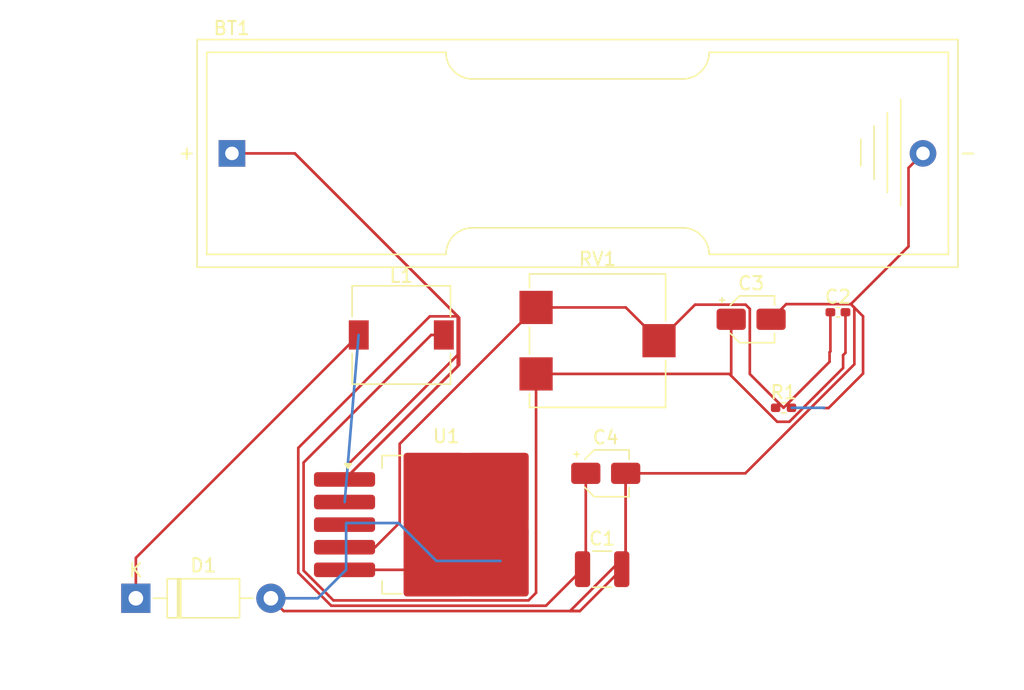
<source format=kicad_pcb>
(kicad_pcb (version 20240108) (generator "pcbnew") (generator_version "8.0")
  (layers (0 "F.Cu" signal) (31 "B.Cu" signal) (34 "B.Paste" user) (35 "F.Paste" user) (36 "B.SilkS" user "B.Silkscreen") (37 "F.SilkS" user "F.Silkscreen") (38 "B.Mask" user) (39 "F.Mask" user) (44 "Edge.Cuts" user))
  (net 0 "")
  (net 1 "Net-(BT1-+)")
  (net 2 "Net-(BT1--)")
  (net 3 "Net-(C2-Pad2)")
  (net 4 "Net-(U1-FB)")
  (net 5 "Net-(D1-K)")
  (footprint "Battery:BatteryHolder_Keystone_2460_1xAA" (layer "F.Cu") (at 132.35 68.77)
    (property "Reference" "BT1" (at -0.02 -9.42 180) (layer "F.SilkS"))
    (property "Value" "Battery_Cell")
    (fp_line (start -2.62 -8.565) (end 54.62 -8.565) (stroke (width 0.12)) (layer "F.SilkS"))
    (fp_line (start -2.62 8.565) (end -2.62 -8.565) (stroke (width 0.12)) (layer "F.SilkS"))
    (fp_line (start -1.9 -7.6) (end -1.9 7.6) (stroke (width 0.12)) (layer "F.SilkS"))
    (fp_line (start -1.9 -7.6) (end 16.1 -7.6) (stroke (width 0.12)) (layer "F.SilkS"))
    (fp_line (start -1.9 7.6) (end 16.1 7.6) (stroke (width 0.12)) (layer "F.SilkS"))
    (fp_line (start 18.1 -5.6) (end 33.9 -5.6) (stroke (width 0.12)) (layer "F.SilkS"))
    (fp_line (start 33.9 5.6) (end 18.1 5.6) (stroke (width 0.12)) (layer "F.SilkS"))
    (fp_line (start 35.9 -7.6) (end 53.9 -7.6) (stroke (width 0.12)) (layer "F.SilkS"))
    (fp_line (start 35.9 7.6) (end 53.9 7.6) (stroke (width 0.12)) (layer "F.SilkS"))
    (fp_line (start 47.31 -1.06) (end 47.31 0.94) (stroke (width 0.12)) (layer "F.SilkS"))
    (fp_line (start 48.31 -2.06) (end 48.31 1.94) (stroke (width 0.12)) (layer "F.SilkS"))
    (fp_line (start 49.31 2.94) (end 49.31 -3.06) (stroke (width 0.12)) (layer "F.SilkS"))
    (fp_line (start 50.31 -4.06) (end 50.31 3.94) (stroke (width 0.12)) (layer "F.SilkS"))
    (fp_line (start 53.9 -7.6) (end 53.9 7.6) (stroke (width 0.12)) (layer "F.SilkS"))
    (fp_line (start 54.62 -8.565) (end 54.62 8.565) (stroke (width 0.12)) (layer "F.SilkS"))
    (fp_line (start 54.62 8.565) (end -2.62 8.565) (stroke (width 0.12)) (layer "F.SilkS"))
    (fp_arc (start 16.1 7.6) (mid 16.685786 6.185786) (end 18.1 5.6) (stroke (width 0.12)) (layer "F.SilkS"))
    (fp_arc (start 18.1 -5.6) (mid 16.685786 -6.185786) (end 16.1 -7.6) (stroke (width 0.12)) (layer "F.SilkS"))
    (fp_arc (start 33.9 5.6) (mid 35.314214 6.185786) (end 35.9 7.6) (stroke (width 0.12)) (layer "F.SilkS"))
    (fp_arc (start 35.9 -7.6) (mid 35.314214 -6.185786) (end 33.9 -5.6) (stroke (width 0.12)) (layer "F.SilkS"))
    (fp_text user "-" (at 55.37 -0.06 0) (layer "F.SilkS"))
    (fp_text user "+" (at -3.4 -0.06 0) (layer "F.SilkS"))
    (pad "" np_thru_hole circle (at 2.75 -5.995 90) (size 2.64 2.64) (drill 2.64) (layers "*.Cu" "*.Mask"))
    (pad "" np_thru_hole circle (at 49.23 5.995) (size 2.64 2.64) (drill 2.64) (layers "*.Cu" "*.Mask"))
    (pad "1" thru_hole rect (at 0 0 180) (size 2 2) (drill 1.02) (layers "*.Cu" "*.Mask") (net 1 "Net-(BT1-+)"))
    (pad "2" thru_hole circle (at 51.99 0 180) (size 2 2) (drill 1.02) (layers "*.Cu" "*.Mask") (net 2 "Net-(BT1--)"))
  )
  (footprint "Resistor_SMD:R_0402_1005Metric_Pad0.72x0.64mm_HandSolder" (layer "F.Cu") (at 173.85 87.91)
    (property "Reference" "R1" (at 0 -1.17 0) (layer "F.SilkS"))
    (property "Value" "330")
    (fp_line (start -0.167621 -0.38) (end 0.167621 -0.38) (stroke (width 0.12)) (layer "F.SilkS"))
    (fp_line (start -0.167621 0.38) (end 0.167621 0.38) (stroke (width 0.12)) (layer "F.SilkS"))
    (pad "1" smd roundrect (at -0.5975 0) (size 0.715 0.64) (layers "F.Cu" "F.Paste" "F.Mask") (net 4 "Net-(U1-FB)"))
    (pad "2" smd roundrect (at 0.5975 0) (size 0.715 0.64) (layers "F.Cu" "F.Paste" "F.Mask") (net 2 "Net-(BT1--)"))
  )
  (footprint "Potentiometer_SMD:Potentiometer_ACP_CA9-VSMD_Vertical_Hole" (layer "F.Cu") (at 159.855 82.86)
    (property "Reference" "RV1" (at 0 -6.15 0) (layer "F.SilkS"))
    (property "Value" "R_Potentiometer")
    (fp_line (start -5.12 -5.021) (end -5.12 -3.991) (stroke (width 0.12)) (layer "F.SilkS"))
    (fp_line (start -5.12 -5.021) (end 5.12 -5.021) (stroke (width 0.12)) (layer "F.SilkS"))
    (fp_line (start -5.12 -1.009) (end -5.12 1.01) (stroke (width 0.12)) (layer "F.SilkS"))
    (fp_line (start -5.12 3.99) (end -5.12 5.02) (stroke (width 0.12)) (layer "F.SilkS"))
    (fp_line (start -5.12 5.02) (end 5.12 5.02) (stroke (width 0.12)) (layer "F.SilkS"))
    (fp_line (start 5.12 -5.021) (end 5.12 -1.49) (stroke (width 0.12)) (layer "F.SilkS"))
    (fp_line (start 5.12 1.49) (end 5.12 5.02) (stroke (width 0.12)) (layer "F.SilkS"))
    (pad "" np_thru_hole circle (at 0.125 0) (size 4 4) (drill 4) (layers "*.Cu" "*.Mask"))
    (pad "1" smd rect (at -4.625 2.5) (size 2.5 2.5) (layers "F.Cu" "F.Paste" "F.Mask") (net 3 "Net-(C2-Pad2)"))
    (pad "2" smd rect (at 4.625 0) (size 2.5 2.5) (layers "F.Cu" "F.Paste" "F.Mask") (net 4 "Net-(U1-FB)"))
    (pad "3" smd rect (at -4.625 -2.5) (size 2.5 2.5) (layers "F.Cu" "F.Paste" "F.Mask") (net 4 "Net-(U1-FB)"))
  )
  (footprint "Capacitor_SMD:C_1210_3225Metric" (layer "F.Cu") (at 160.2 100.05)
    (property "Reference" "C1" (at 0 -2.3 0) (layer "F.SilkS"))
    (property "Value" "100n")
    (fp_line (start -0.711252 -1.36) (end 0.711252 -1.36) (stroke (width 0.12)) (layer "F.SilkS"))
    (fp_line (start -0.711252 1.36) (end 0.711252 1.36) (stroke (width 0.12)) (layer "F.SilkS"))
    (pad "1" smd roundrect (at -1.475 0) (size 1.15 2.7) (layers "F.Cu" "F.Paste" "F.Mask") (roundrect_rratio 0.217391) (net 1 "Net-(BT1-+)"))
    (pad "2" smd roundrect (at 1.475 0) (size 1.15 2.7) (layers "F.Cu" "F.Paste" "F.Mask") (roundrect_rratio 0.217391) (net 2 "Net-(BT1--)"))
  )
  (footprint "Package_TO_SOT_SMD:TO-263-5_TabPin3" (layer "F.Cu") (at 148.47 96.7)
    (property "Reference" "U1" (at 0 -6.65 0) (layer "F.SilkS"))
    (property "Value" "LM2596S-3.3")
    (fp_line (start -4.825 -5.2) (end -4.825 -4.25) (stroke (width 0.12)) (layer "F.SilkS"))
    (fp_line (start -4.825 5.2) (end -4.825 4.25) (stroke (width 0.12)) (layer "F.SilkS"))
    (fp_line (start -3.325 -5.2) (end -4.825 -5.2) (stroke (width 0.12)) (layer "F.SilkS"))
    (fp_line (start -3.325 5.2) (end -4.825 5.2) (stroke (width 0.12)) (layer "F.SilkS"))
    (fp_poly (pts (xy -7.3875 -4.25) (xy -7.6275 -4.58) (xy -7.1475 -4.58) (xy -7.3875 -4.25)) (stroke (width 0.12)) (fill solid) (layer "F.SilkS"))
    (pad "1" smd roundrect (at -7.65 -3.4) (size 4.6 1.1) (layers "F.Cu" "F.Paste" "F.Mask") (roundrect_rratio 0.227273) (net 1 "Net-(BT1-+)"))
    (pad "2" smd roundrect (at -7.65 -1.7) (size 4.6 1.1) (layers "F.Cu" "F.Paste" "F.Mask") (roundrect_rratio 0.227273) (net 5 "Net-(D1-K)"))
    (pad "3" smd roundrect (at -7.65 0) (size 4.6 1.1) (layers "F.Cu" "F.Paste" "F.Mask") (roundrect_rratio 0.227273) (net 2 "Net-(BT1--)"))
    (pad "3" smd roundrect (at -0.925 -2.775) (size 4.55 5.25) (layers "F.Cu" "F.Paste") (roundrect_rratio 0.054945) (net 2 "Net-(BT1--)"))
    (pad "3" smd roundrect (at -0.925 2.775) (size 4.55 5.25) (layers "F.Cu" "F.Paste") (roundrect_rratio 0.054945) (net 2 "Net-(BT1--)"))
    (pad "3" smd roundrect (at 1.5 0) (size 9.4 10.8) (layers "F.Cu" "F.Mask") (roundrect_rratio 0.026596) (net 2 "Net-(BT1--)"))
    (pad "3" smd roundrect (at 3.925 -2.775) (size 4.55 5.25) (layers "F.Cu" "F.Paste") (roundrect_rratio 0.054945) (net 2 "Net-(BT1--)"))
    (pad "3" smd roundrect (at 3.925 2.775) (size 4.55 5.25) (layers "F.Cu" "F.Paste") (roundrect_rratio 0.054945) (net 2 "Net-(BT1--)"))
    (pad "4" smd roundrect (at -7.65 1.7) (size 4.6 1.1) (layers "F.Cu" "F.Paste" "F.Mask") (roundrect_rratio 0.227273) (net 4 "Net-(U1-FB)"))
    (pad "5" smd roundrect (at -7.65 3.4) (size 4.6 1.1) (layers "F.Cu" "F.Paste" "F.Mask") (roundrect_rratio 0.227273) (net 2 "Net-(BT1--)"))
  )
  (footprint "Capacitor_SMD:CP_Elec_3x5.4" (layer "F.Cu") (at 171.41 81.25)
    (property "Reference" "C3" (at 0 -2.7 0) (layer "F.SilkS"))
    (property "Value" "220uF")
    (fp_line (start -2.375 -1.435) (end -2 -1.435) (stroke (width 0.12)) (layer "F.SilkS"))
    (fp_line (start -2.1875 -1.6225) (end -2.1875 -1.2475) (stroke (width 0.12)) (layer "F.SilkS"))
    (fp_line (start -1.570563 -1.06) (end -0.870563 -1.76) (stroke (width 0.12)) (layer "F.SilkS"))
    (fp_line (start -1.570563 1.06) (end -0.870563 1.76) (stroke (width 0.12)) (layer "F.SilkS"))
    (fp_line (start -0.870563 -1.76) (end 1.76 -1.76) (stroke (width 0.12)) (layer "F.SilkS"))
    (fp_line (start -0.870563 1.76) (end 1.76 1.76) (stroke (width 0.12)) (layer "F.SilkS"))
    (fp_line (start 1.76 -1.76) (end 1.76 -1.06) (stroke (width 0.12)) (layer "F.SilkS"))
    (fp_line (start 1.76 1.76) (end 1.76 1.06) (stroke (width 0.12)) (layer "F.SilkS"))
    (pad "1" smd roundrect (at -1.5 0) (size 2.2 1.6) (layers "F.Cu" "F.Paste" "F.Mask") (roundrect_rratio 0.15625) (net 3 "Net-(C2-Pad2)"))
    (pad "2" smd roundrect (at 1.5 0) (size 2.2 1.6) (layers "F.Cu" "F.Paste" "F.Mask") (roundrect_rratio 0.15625) (net 2 "Net-(BT1--)"))
  )
  (footprint "Diode_THT:D_DO-41_SOD81_P10.16mm_Horizontal" (layer "F.Cu") (at 125.12 102.24)
    (property "Reference" "D1" (at 5.08 -2.47 0) (layer "F.SilkS"))
    (property "Value" "SB120")
    (fp_line (start 1.34 0) (end 2.36 0) (stroke (width 0.12)) (layer "F.SilkS"))
    (fp_line (start 2.36 -1.47) (end 2.36 1.47) (stroke (width 0.12)) (layer "F.SilkS"))
    (fp_line (start 2.36 1.47) (end 7.8 1.47) (stroke (width 0.12)) (layer "F.SilkS"))
    (fp_line (start 3.14 -1.47) (end 3.14 1.47) (stroke (width 0.12)) (layer "F.SilkS"))
    (fp_line (start 3.26 -1.47) (end 3.26 1.47) (stroke (width 0.12)) (layer "F.SilkS"))
    (fp_line (start 3.38 -1.47) (end 3.38 1.47) (stroke (width 0.12)) (layer "F.SilkS"))
    (fp_line (start 7.8 -1.47) (end 2.36 -1.47) (stroke (width 0.12)) (layer "F.SilkS"))
    (fp_line (start 7.8 1.47) (end 7.8 -1.47) (stroke (width 0.12)) (layer "F.SilkS"))
    (fp_line (start 8.82 0) (end 7.8 0) (stroke (width 0.12)) (layer "F.SilkS"))
    (fp_text user "K" (at 0 -2.1 0) (layer "F.SilkS"))
    (pad "1" thru_hole rect (at 0 0) (size 2.2 2.2) (drill 1.1) (layers "*.Cu" "*.Mask") (net 5 "Net-(D1-K)"))
    (pad "2" thru_hole oval (at 10.16 0) (size 2.2 2.2) (drill 1.1) (layers "*.Cu" "*.Mask") (net 2 "Net-(BT1--)"))
  )
  (footprint "Capacitor_SMD:CP_Elec_3x5.4" (layer "F.Cu") (at 160.47 92.84)
    (property "Reference" "C4" (at 0 -2.7 0) (layer "F.SilkS"))
    (property "Value" "220u")
    (fp_line (start -2.375 -1.435) (end -2 -1.435) (stroke (width 0.12)) (layer "F.SilkS"))
    (fp_line (start -2.1875 -1.6225) (end -2.1875 -1.2475) (stroke (width 0.12)) (layer "F.SilkS"))
    (fp_line (start -1.570563 -1.06) (end -0.870563 -1.76) (stroke (width 0.12)) (layer "F.SilkS"))
    (fp_line (start -1.570563 1.06) (end -0.870563 1.76) (stroke (width 0.12)) (layer "F.SilkS"))
    (fp_line (start -0.870563 -1.76) (end 1.76 -1.76) (stroke (width 0.12)) (layer "F.SilkS"))
    (fp_line (start -0.870563 1.76) (end 1.76 1.76) (stroke (width 0.12)) (layer "F.SilkS"))
    (fp_line (start 1.76 -1.76) (end 1.76 -1.06) (stroke (width 0.12)) (layer "F.SilkS"))
    (fp_line (start 1.76 1.76) (end 1.76 1.06) (stroke (width 0.12)) (layer "F.SilkS"))
    (pad "1" smd roundrect (at -1.5 0) (size 2.2 1.6) (layers "F.Cu" "F.Paste" "F.Mask") (roundrect_rratio 0.15625) (net 1 "Net-(BT1-+)"))
    (pad "2" smd roundrect (at 1.5 0) (size 2.2 1.6) (layers "F.Cu" "F.Paste" "F.Mask") (roundrect_rratio 0.15625) (net 2 "Net-(BT1--)"))
  )
  (footprint "Inductor_SMD:L_7.3x7.3_H4.5" (layer "F.Cu") (at 145.09 82.43)
    (property "Reference" "L1" (at 0 -4.45 0) (layer "F.SilkS"))
    (property "Value" "330uH")
    (fp_line (start -3.7 -3.7) (end 3.7 -3.7) (stroke (width 0.12)) (layer "F.SilkS"))
    (fp_line (start -3.7 -1.4) (end -3.7 -3.7) (stroke (width 0.12)) (layer "F.SilkS"))
    (fp_line (start -3.7 3.7) (end -3.7 1.4) (stroke (width 0.12)) (layer "F.SilkS"))
    (fp_line (start 3.7 -3.7) (end 3.7 -1.4) (stroke (width 0.12)) (layer "F.SilkS"))
    (fp_line (start 3.7 1.4) (end 3.7 3.7) (stroke (width 0.12)) (layer "F.SilkS"))
    (fp_line (start 3.7 3.7) (end -3.7 3.7) (stroke (width 0.12)) (layer "F.SilkS"))
    (pad "1" smd rect (at -3.2 0) (size 1.5 2.2) (layers "F.Cu" "F.Paste" "F.Mask") (net 5 "Net-(D1-K)"))
    (pad "2" smd rect (at 3.2 0) (size 1.5 2.2) (layers "F.Cu" "F.Paste" "F.Mask") (net 3 "Net-(C2-Pad2)"))
  )
  (footprint "Capacitor_SMD:C_0402_1005Metric_Pad0.74x0.62mm_HandSolder" (layer "F.Cu") (at 177.94 80.72)
    (property "Reference" "C2" (at 0 -1.16 0) (layer "F.SilkS"))
    (property "Value" "C")
    (fp_line (start -0.115835 -0.36) (end 0.115835 -0.36) (stroke (width 0.12)) (layer "F.SilkS"))
    (fp_line (start -0.115835 0.36) (end 0.115835 0.36) (stroke (width 0.12)) (layer "F.SilkS"))
    (pad "1" smd roundrect (at -0.5675 0) (size 0.735 0.62) (layers "F.Cu" "F.Paste" "F.Mask") (net 4 "Net-(U1-FB)"))
    (pad "2" smd roundrect (at 0.5675 0) (size 0.735 0.62) (layers "F.Cu" "F.Paste" "F.Mask") (net 3 "Net-(C2-Pad2)"))
  )
  (gr_line (start 176.9 87.91) (end 174.47 87.91) (stroke (width 0.2)) (layer "B.Cu"))
  (gr_line (start 140.83 95) (end 141.88 82.43) (stroke (width 0.2)) (layer "B.Cu"))
  (segment (start 149.34 83.92) (end 141.21 92.05) (width 0.2) (layer "F.Cu") (net 1))
  (segment (start 149.34 84.78) (end 149.34 81.03) (width 0.2) (layer "F.Cu") (net 1))
  (segment (start 137.08 68.77) (end 132.35 68.77) (width 0.2) (layer "F.Cu") (net 1))
  (segment (start 137.08 68.77) (end 149.447157 81.137157) (width 0.2) (layer "F.Cu") (net 1))
  (segment (start 158.97 92.84) (end 158.97 99.805) (width 0.2) (layer "F.Cu") (net 1))
  (segment (start 149.34 81.03) (end 149.34 83.92) (width 0.2) (layer "F.Cu") (net 1))
  (segment (start 147.24 81.03) (end 149.34 81.03) (width 0.2) (layer "F.Cu") (net 1))
  (segment (start 155.975 102.8) (end 139.81957 102.8) (width 0.2) (layer "F.Cu") (net 1))
  (segment (start 149.447157 84.672843) (end 140.82 93.3) (width 0.2) (layer "F.Cu") (net 1))
  (segment (start 137.34 100.320429) (end 137.34 90.93) (width 0.2) (layer "F.Cu") (net 1))
  (segment (start 149.34 81.03) (end 137.08 68.77) (width 0.2) (layer "F.Cu") (net 1))
  (segment (start 140.82 93.3) (end 149.34 84.78) (width 0.2) (layer "F.Cu") (net 1))
  (segment (start 149.447157 81.137157) (end 149.447157 84.672843) (width 0.2) (layer "F.Cu") (net 1))
  (segment (start 158.725 100.05) (end 155.975 102.8) (width 0.2) (layer "F.Cu") (net 1))
  (segment (start 158.97 99.805) (end 158.725 100.05) (width 0.2) (layer "F.Cu") (net 1))
  (segment (start 139.81957 102.8) (end 137.34 100.320429) (width 0.2) (layer "F.Cu") (net 1))
  (segment (start 137.34 90.93) (end 147.24 81.03) (width 0.2) (layer "F.Cu") (net 1))
  (segment (start 177.23 87.93) (end 179.83 85.33) (width 0.2) (layer "F.Cu") (net 2))
  (segment (start 161.97 99.755) (end 161.675 100.05) (width 0.2) (layer "F.Cu") (net 2))
  (segment (start 161.97 99.014744) (end 161.97 92.84) (width 0.2) (layer "F.Cu") (net 2))
  (segment (start 183.25 75.772762) (end 183.25 69.86) (width 0.2) (layer "F.Cu") (net 2))
  (segment (start 140.82 100.1) (end 146.92 100.1) (width 0.2) (layer "F.Cu") (net 2))
  (segment (start 179.83 85.33) (end 179.83 81.027238) (width 0.2) (layer "F.Cu") (net 2))
  (segment (start 179.175 80.372238) (end 179.175 84.63561) (width 0.2) (layer "F.Cu") (net 2))
  (segment (start 174.05 80.11) (end 178.912762 80.11) (width 0.2) (layer "F.Cu") (net 2))
  (segment (start 146.92 100.1) (end 147.545 99.475) (width 0.2) (layer "F.Cu") (net 2))
  (segment (start 157.784744 103.2) (end 161.97 99.014744) (width 0.2) (layer "F.Cu") (net 2))
  (segment (start 183.25 69.86) (end 184.34 68.77) (width 0.2) (layer "F.Cu") (net 2))
  (segment (start 170.97061 92.84) (end 161.97 92.84) (width 0.2) (layer "F.Cu") (net 2))
  (segment (start 161.675 100.05) (end 158.525 103.2) (width 0.2) (layer "F.Cu") (net 2))
  (segment (start 179.83 81.027238) (end 178.912762 80.11) (width 0.2) (layer "F.Cu") (net 2))
  (segment (start 135.28 102.24) (end 136.24 103.2) (width 0.2) (layer "F.Cu") (net 2))
  (segment (start 176.88 87.93) (end 177.23 87.93) (width 0.2) (layer "F.Cu") (net 2))
  (segment (start 161.97 92.84) (end 161.97 99.755) (width 0.2) (layer "F.Cu") (net 2))
  (segment (start 158.525 103.2) (end 157.784744 103.2) (width 0.2) (layer "F.Cu") (net 2))
  (segment (start 136.24 103.2) (end 158.525 103.2) (width 0.2) (layer "F.Cu") (net 2))
  (segment (start 178.912762 80.11) (end 179.175 80.372238) (width 0.2) (layer "F.Cu") (net 2))
  (segment (start 172.91 81.25) (end 174.05 80.11) (width 0.2) (layer "F.Cu") (net 2))
  (segment (start 179.175 84.63561) (end 170.97061 92.84) (width 0.2) (layer "F.Cu") (net 2))
  (segment (start 178.912762 80.11) (end 183.25 75.772762) (width 0.2) (layer "F.Cu") (net 2))
  (segment (start 147.73 99.43) (end 152.55 99.43) (width 0.2) (layer "B.Cu") (net 2))
  (segment (start 138.8 102.24) (end 140.85 100.19) (width 0.2) (layer "B.Cu") (net 2))
  (segment (start 135.28 102.24) (end 138.8 102.24) (width 0.2) (layer "B.Cu") (net 2))
  (segment (start 140.94 100.1) (end 140.94 96.58) (width 0.2) (layer "B.Cu") (net 2))
  (segment (start 144.88 96.58) (end 147.7 99.4) (width 0.2) (layer "B.Cu") (net 2))
  (segment (start 140.85 100.19) (end 140.94 100.1) (width 0.2) (layer "B.Cu") (net 2))
  (segment (start 147.7 99.4) (end 147.73 99.43) (width 0.2) (layer "B.Cu") (net 2))
  (segment (start 140.94 96.58) (end 144.88 96.58) (width 0.2) (layer "B.Cu") (net 2))
  (segment (start 178.5075 80.72) (end 178.5075 83.7725) (width 0.2) (layer "F.Cu") (net 3))
  (segment (start 173.37 88.96) (end 169.91 85.5) (width 0.2) (layer "F.Cu") (net 3))
  (segment (start 169.91 85.5) (end 169.91 81.25) (width 0.2) (layer "F.Cu") (net 3))
  (segment (start 148.29 82.43) (end 147.34 82.43) (width 0.2) (layer "F.Cu") (net 3))
  (segment (start 137.74 100.154744) (end 139.985256 102.4) (width 0.2) (layer "F.Cu") (net 3))
  (segment (start 174.284925 88.96) (end 173.37 88.96) (width 0.2) (layer "F.Cu") (net 3))
  (segment (start 147.34 82.43) (end 137.74 92.03) (width 0.2) (layer "F.Cu") (net 3))
  (segment (start 137.74 92.03) (end 137.74 100.154744) (width 0.2) (layer "F.Cu") (net 3))
  (segment (start 178.33 83.95) (end 178.33 84.914925) (width 0.2) (layer "F.Cu") (net 3))
  (segment (start 178.33 84.914925) (end 174.284925 88.96) (width 0.2) (layer "F.Cu") (net 3))
  (segment (start 169.77 85.36) (end 155.23 85.36) (width 0.2) (layer "F.Cu") (net 3))
  (segment (start 139.985256 102.4) (end 154.654744 102.4) (width 0.2) (layer "F.Cu") (net 3))
  (segment (start 155.23 101.824744) (end 155.23 85.36) (width 0.2) (layer "F.Cu") (net 3))
  (segment (start 178.5075 83.7725) (end 178.33 83.95) (width 0.2) (layer "F.Cu") (net 3))
  (segment (start 154.654744 102.4) (end 155.23 101.824744) (width 0.2) (layer "F.Cu") (net 3))
  (segment (start 169.91 85.5) (end 169.77 85.36) (width 0.2) (layer "F.Cu") (net 3))
  (segment (start 177.31 84.45) (end 177.31 83.73) (width 0.2) (layer "F.Cu") (net 4))
  (segment (start 177.31 83.73) (end 177.3725 83.6675) (width 0.2) (layer "F.Cu") (net 4))
  (segment (start 144.97 96.55) (end 144.97 90.62) (width 0.2) (layer "F.Cu") (net 4))
  (segment (start 161.98 80.36) (end 155.23 80.36) (width 0.2) (layer "F.Cu") (net 4))
  (segment (start 144.97 90.62) (end 155.23 80.36) (width 0.2) (layer "F.Cu") (net 4))
  (segment (start 171.31 80.465256) (end 170.994744 80.15) (width 0.2) (layer "F.Cu") (net 4))
  (segment (start 140.82 98.4) (end 143.12 98.4) (width 0.2) (layer "F.Cu") (net 4))
  (segment (start 170.994744 80.15) (end 167.19 80.15) (width 0.2) (layer "F.Cu") (net 4))
  (segment (start 143.12 98.4) (end 144.97 96.55) (width 0.2) (layer "F.Cu") (net 4))
  (segment (start 171.31 85.37) (end 171.31 80.465256) (width 0.2) (layer "F.Cu") (net 4))
  (segment (start 173.85 87.91) (end 177.31 84.45) (width 0.2) (layer "F.Cu") (net 4))
  (segment (start 167.19 80.15) (end 164.48 82.86) (width 0.2) (layer "F.Cu") (net 4))
  (segment (start 177.3725 83.6675) (end 177.3725 80.72) (width 0.2) (layer "F.Cu") (net 4))
  (segment (start 173.85 87.91) (end 171.31 85.37) (width 0.2) (layer "F.Cu") (net 4))
  (segment (start 164.48 82.86) (end 161.98 80.36) (width 0.2) (layer "F.Cu") (net 4))
  (segment (start 125.12 99.2) (end 141.89 82.43) (width 0.2) (layer "F.Cu") (net 5))
  (segment (start 125.12 102.24) (end 125.12 99.2) (width 0.2) (layer "F.Cu") (net 5))
)
</source>
